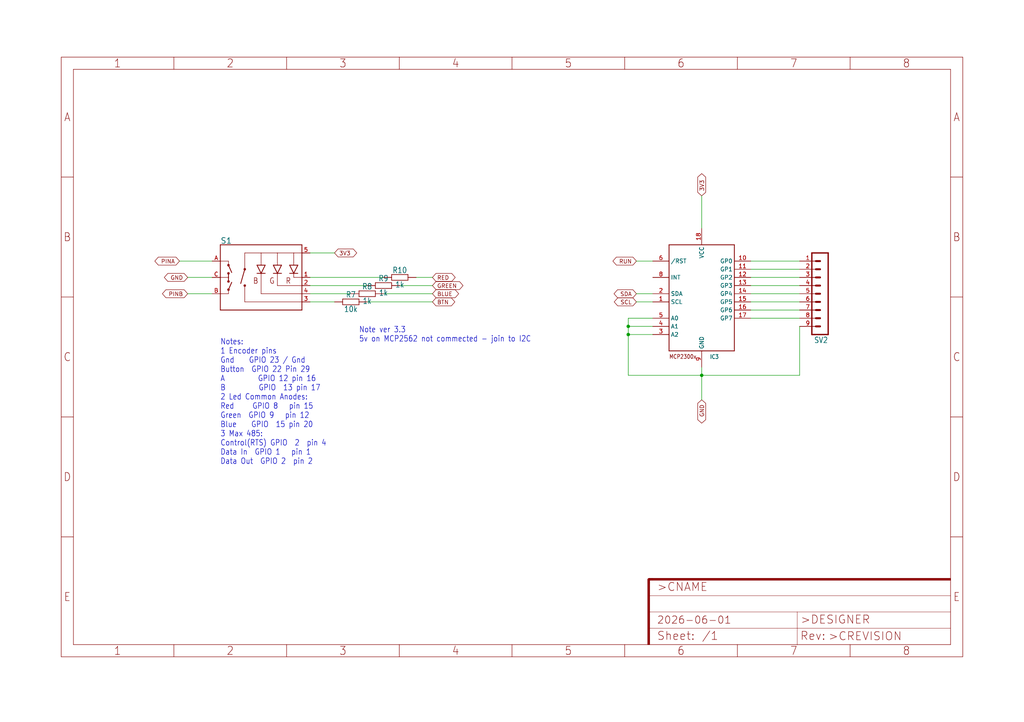
<source format=kicad_sch>
(kicad_sch (version 20230121) (generator eeschema)
  (paper "User" 318.77 224.79)
  (lib_symbols
    (symbol "PicoCanSmd31-eagle-import:ENCODER-RGB-SWITCH"
      (property "Reference" "S" (at -12.7 10.414 0))
      (symbol "ENCODER-RGB-SWITCH_1_0"
        (circle (center -10.16 -3.81) (radius 0.254) (stroke (width 0.254)))
        (circle (center -10.16 -1.27) (radius 0.254) (stroke (width 0.254)))
        (circle (center -10.16 1.27) (radius 0.254) (stroke (width 0.254)))
        (circle (center -10.16 3.81) (radius 0.254) (stroke (width 0.254)))
        (circle (center -5.08 -2.54) (radius 0.254) (stroke (width 0.254)))
        (circle (center -5.08 2.54) (radius 0.254) (stroke (width 0.254)))
        (polyline (pts (xy -12.7 -10.16) (xy 12.7 -10.16)) (stroke (width 0.254)))
        (polyline (pts (xy -12.7 -5.08) (xy -12.7 -10.16)) (stroke (width 0.254)))
        (polyline (pts (xy -12.7 0) (xy -12.7 -5.08)) (stroke (width 0.254)))
        (polyline (pts (xy -12.7 5.08) (xy -12.7 0)) (stroke (width 0.254)))
        (polyline (pts (xy -12.7 5.08) (xy -10.16 5.08)) (stroke (width 0.1524)))
        (polyline (pts (xy -12.7 10.16) (xy -12.7 5.08)) (stroke (width 0.254)))
        (polyline (pts (xy -10.16 -5.08) (xy -12.7 -5.08)) (stroke (width 0.1524)))
        (polyline (pts (xy -10.16 -5.08) (xy -10.16 -3.81)) (stroke (width 0.1524)))
        (polyline (pts (xy -10.16 -3.81) (xy -9.144 -1.524)) (stroke (width 0.254)))
        (polyline (pts (xy -10.16 0) (xy -12.7 0)) (stroke (width 0.1524)))
        (polyline (pts (xy -10.16 0) (xy -10.16 -1.27)) (stroke (width 0.254)))
        (polyline (pts (xy -10.16 0) (xy -10.16 1.27)) (stroke (width 0.254)))
        (polyline (pts (xy -10.16 3.81) (xy -9.144 1.524)) (stroke (width 0.254)))
        (polyline (pts (xy -10.16 5.08) (xy -10.16 3.81)) (stroke (width 0.1524)))
        (polyline (pts (xy -5.08 -7.62) (xy -5.08 -2.54)) (stroke (width 0.1524)))
        (polyline (pts (xy -5.08 -7.62) (xy 12.7 -7.62)) (stroke (width 0.1524)))
        (polyline (pts (xy -5.08 2.54) (xy -6.35 -1.905)) (stroke (width 0.254)))
        (polyline (pts (xy -5.08 7.62) (xy -5.08 2.54)) (stroke (width 0.1524)))
        (polyline (pts (xy -5.08 7.62) (xy 0 7.62)) (stroke (width 0.1524)))
        (polyline (pts (xy -1.27 1.27) (xy 0 1.27)) (stroke (width 0.254)))
        (polyline (pts (xy -1.27 3.81) (xy 0 1.27)) (stroke (width 0.254)))
        (polyline (pts (xy -1.27 3.81) (xy 0 3.81)) (stroke (width 0.254)))
        (polyline (pts (xy 0 -5.08) (xy 0 1.27)) (stroke (width 0.1524)))
        (polyline (pts (xy 0 -5.08) (xy 12.7 -5.08)) (stroke (width 0.1524)))
        (polyline (pts (xy 0 1.27) (xy 1.27 1.27)) (stroke (width 0.254)))
        (polyline (pts (xy 0 1.27) (xy 1.27 3.81)) (stroke (width 0.254)))
        (polyline (pts (xy 0 3.81) (xy 1.27 3.81)) (stroke (width 0.254)))
        (polyline (pts (xy 0 7.62) (xy 0 3.81)) (stroke (width 0.1524)))
        (polyline (pts (xy 0 7.62) (xy 5.08 7.62)) (stroke (width 0.1524)))
        (polyline (pts (xy 3.81 1.27) (xy 5.08 1.27)) (stroke (width 0.254)))
        (polyline (pts (xy 3.81 3.81) (xy 5.08 1.27)) (stroke (width 0.254)))
        (polyline (pts (xy 3.81 3.81) (xy 5.08 3.81)) (stroke (width 0.254)))
        (polyline (pts (xy 5.08 -2.54) (xy 5.08 1.27)) (stroke (width 0.1524)))
        (polyline (pts (xy 5.08 -2.54) (xy 12.7 -2.54)) (stroke (width 0.1524)))
        (polyline (pts (xy 5.08 1.27) (xy 6.35 1.27)) (stroke (width 0.254)))
        (polyline (pts (xy 5.08 1.27) (xy 6.35 3.81)) (stroke (width 0.254)))
        (polyline (pts (xy 5.08 3.81) (xy 6.35 3.81)) (stroke (width 0.254)))
        (polyline (pts (xy 5.08 7.62) (xy 5.08 3.81)) (stroke (width 0.1524)))
        (polyline (pts (xy 5.08 7.62) (xy 10.16 7.62)) (stroke (width 0.1524)))
        (polyline (pts (xy 8.89 1.27) (xy 10.16 1.27)) (stroke (width 0.254)))
        (polyline (pts (xy 8.89 3.81) (xy 10.16 1.27)) (stroke (width 0.254)))
        (polyline (pts (xy 8.89 3.81) (xy 10.16 3.81)) (stroke (width 0.254)))
        (polyline (pts (xy 10.16 0) (xy 10.16 1.27)) (stroke (width 0.1524)))
        (polyline (pts (xy 10.16 0) (xy 12.7 0)) (stroke (width 0.1524)))
        (polyline (pts (xy 10.16 1.27) (xy 11.43 1.27)) (stroke (width 0.254)))
        (polyline (pts (xy 10.16 1.27) (xy 11.43 3.81)) (stroke (width 0.254)))
        (polyline (pts (xy 10.16 3.81) (xy 11.43 3.81)) (stroke (width 0.254)))
        (polyline (pts (xy 10.16 7.62) (xy 10.16 3.81)) (stroke (width 0.1524)))
        (polyline (pts (xy 10.16 7.62) (xy 12.7 7.62)) (stroke (width 0.1524)))
        (polyline (pts (xy 12.7 10.16) (xy -12.7 10.16)) (stroke (width 0.254)))
        (polyline (pts (xy 12.7 10.16) (xy 12.7 -10.16)) (stroke (width 0.254)))
        (text "B" (at -2.54 0 0) (effects (font (size 1.778 1.5113)) (justify left top)))
        (text "G" (at 2.54 0 0) (effects (font (size 1.778 1.5113)) (justify left top)))
        (text "R" (at 7.62 0 0) (effects (font (size 1.778 1.5113)) (justify left top)))
        (pin passive line (at 15.24 0 180) (length 2.54) (name "-R") (number "1"))
        (pin passive line (at 15.24 -2.54 180) (length 2.54) (name "-G") (number "2"))
        (pin passive line (at 15.24 -7.62 180) (length 2.54) (name "SW") (number "3"))
        (pin passive line (at 15.24 -5.08 180) (length 2.54) (name "-B") (number "4"))
        (pin passive line (at 15.24 7.62 180) (length 2.54) (name "+") (number "5"))
        (pin bidirectional line (at -15.24 5.08 0) (length 2.54) (name "A") (number "A"))
        (pin bidirectional line (at -15.24 -5.08 0) (length 2.54) (name "B") (number "B"))
        (pin bidirectional line (at -15.24 0 0) (length 2.54) (name "C") (number "C"))
      )
    )
    (symbol "PicoCanSmd31-eagle-import:FRAME-A4L"
      (symbol "FRAME-A4L_1_0"
        (polyline (pts (xy -3.81 33.528) (xy 0 33.528)))
        (polyline (pts (xy -3.81 70.866) (xy 0 70.866)))
        (polyline (pts (xy -3.81 108.204) (xy 0 108.204)))
        (polyline (pts (xy -3.81 145.542) (xy 0 145.542)))
        (polyline (pts (xy 0 0) (xy 0 179.07)))
        (polyline (pts (xy 31.2738 -3.81) (xy 31.2738 0)))
        (polyline (pts (xy 31.2738 179.07) (xy 31.2738 182.88)))
        (polyline (pts (xy 66.3575 -3.81) (xy 66.3575 0)))
        (polyline (pts (xy 66.3575 179.07) (xy 66.3575 182.88)))
        (polyline (pts (xy 101.4413 -3.81) (xy 101.4413 0)))
        (polyline (pts (xy 101.4413 179.07) (xy 101.4413 182.88)))
        (polyline (pts (xy 136.525 -3.81) (xy 136.525 0)))
        (polyline (pts (xy 136.525 179.07) (xy 136.525 182.88)))
        (polyline (pts (xy 171.6088 -3.81) (xy 171.6088 0)))
        (polyline (pts (xy 171.6088 179.07) (xy 171.6088 182.88)))
        (polyline (pts (xy 179.07 10.16) (xy 225.29 10.16)) (stroke (width 0.1016)))
        (polyline (pts (xy 179.07 15.24) (xy 273.05 15.24)) (stroke (width 0.1016)))
        (polyline (pts (xy 179.07 19.05) (xy 179.07 20.32)) (stroke (width 0.6096)))
        (polyline (pts (xy 179.07 20.32) (xy 180.34 20.32)) (stroke (width 0.6096)))
        (polyline (pts (xy 206.6925 -3.81) (xy 206.6925 0)))
        (polyline (pts (xy 206.6925 179.07) (xy 206.6925 182.88)))
        (polyline (pts (xy 225.29 -0.1) (xy 225.29 5.08)) (stroke (width 0.1016)))
        (polyline (pts (xy 225.29 5.08) (xy 179.07 5.08)) (stroke (width 0.1016)))
        (polyline (pts (xy 225.29 5.08) (xy 225.29 10.16)) (stroke (width 0.1016)))
        (polyline (pts (xy 225.29 5.08) (xy 273.05 5.08)) (stroke (width 0.1016)))
        (polyline (pts (xy 225.29 10.16) (xy 273.05 10.16)) (stroke (width 0.1016)))
        (polyline (pts (xy 241.7763 -3.81) (xy 241.7763 0)))
        (polyline (pts (xy 241.7763 179.07) (xy 241.7763 182.88)))
        (polyline (pts (xy 273.05 0) (xy 0 0)))
        (polyline (pts (xy 273.05 0) (xy 273.05 179.07)))
        (polyline (pts (xy 273.05 33.528) (xy 276.86 33.528)))
        (polyline (pts (xy 273.05 70.866) (xy 276.86 70.866)))
        (polyline (pts (xy 273.05 108.204) (xy 276.86 108.204)))
        (polyline (pts (xy 273.05 145.542) (xy 276.86 145.542)))
        (polyline (pts (xy 273.05 179.07) (xy 0 179.07)))
        (polyline (pts (xy -3.81 -3.81) (xy 276.86 -3.81) (xy 276.86 182.88) (xy -3.81 182.88) (xy -3.81 -3.81)))
        (rectangle (start 178.7652 0) (end 179.3748 20.32) (fill (type outline)))
        (rectangle (start 179.07 20.6248) (end 273.05 20.0152) (fill (type outline)))
        (text "${#}/${##}" (at 195.58 1.27 0) (effects (font (size 2.54 2.54)) (justify left bottom)))
        (text "${CURRENT_DATE}" (at 181.61 6.35 0) (effects (font (size 2.286 2.286)) (justify left bottom)))
        (text "${PROJECTNAME}" (at 181.61 11.43 0) (effects (font (size 2.54 2.54)) (justify left bottom)))
        (text "1" (at 13.7319 -1.905 0) (effects (font (size 2.54 2.286))))
        (text "1" (at 13.7319 180.975 0) (effects (font (size 2.54 2.286))))
        (text "2" (at 48.8156 -1.905 0) (effects (font (size 2.54 2.286))))
        (text "2" (at 48.8156 180.975 0) (effects (font (size 2.54 2.286))))
        (text "3" (at 83.8994 -1.905 0) (effects (font (size 2.54 2.286))))
        (text "3" (at 83.8994 180.975 0) (effects (font (size 2.54 2.286))))
        (text "4" (at 118.9831 -1.905 0) (effects (font (size 2.54 2.286))))
        (text "4" (at 118.9831 180.975 0) (effects (font (size 2.54 2.286))))
        (text "5" (at 154.0669 -1.905 0) (effects (font (size 2.54 2.286))))
        (text "5" (at 154.0669 180.975 0) (effects (font (size 2.54 2.286))))
        (text "6" (at 189.1506 -1.905 0) (effects (font (size 2.54 2.286))))
        (text "6" (at 189.1506 180.975 0) (effects (font (size 2.54 2.286))))
        (text "7" (at 224.2344 -1.905 0) (effects (font (size 2.54 2.286))))
        (text "7" (at 224.2344 180.975 0) (effects (font (size 2.54 2.286))))
        (text "8" (at 259.3181 -1.905 0) (effects (font (size 2.54 2.286))))
        (text "8" (at 259.3181 180.975 0) (effects (font (size 2.54 2.286))))
        (text ">CNAME" (at 181.61 16.51 0) (effects (font (size 2.54 2.54)) (justify left bottom)))
        (text ">CREVISION" (at 234.92 1.17 0) (effects (font (size 2.54 2.54)) (justify left bottom)))
        (text ">DESIGNER" (at 226.26 6.35 0) (effects (font (size 2.54 2.54)) (justify left bottom)))
        (text "A" (at -1.905 164.211 0) (effects (font (size 2.54 2.286))))
        (text "A" (at 274.955 164.211 0) (effects (font (size 2.54 2.286))))
        (text "B" (at -1.905 126.873 0) (effects (font (size 2.54 2.286))))
        (text "B" (at 274.955 126.873 0) (effects (font (size 2.54 2.286))))
        (text "C" (at -1.905 89.535 0) (effects (font (size 2.54 2.286))))
        (text "C" (at 274.955 89.535 0) (effects (font (size 2.54 2.286))))
        (text "D" (at -1.905 52.197 0) (effects (font (size 2.54 2.286))))
        (text "D" (at 274.955 52.197 0) (effects (font (size 2.54 2.286))))
        (text "E" (at -1.905 14.859 0) (effects (font (size 2.54 2.286))))
        (text "E" (at 274.955 14.859 0) (effects (font (size 2.54 2.286))))
        (text "Rev:" (at 226.16 1.27 0) (effects (font (size 2.54 2.54)) (justify left bottom)))
        (text "Sheet:" (at 181.61 1.27 0) (effects (font (size 2.54 2.54)) (justify left bottom)))
      )
    )
    (symbol "PicoCanSmd31-eagle-import:MA09-1"
      (property "Reference" "SV" (at -1.27 13.462 0))
      (symbol "MA09-1_1_0"
        (polyline (pts (xy -1.27 12.7) (xy -1.27 -12.7)) (stroke (width 0.4064)))
        (polyline (pts (xy -1.27 12.7) (xy 3.81 12.7)) (stroke (width 0.4064)))
        (polyline (pts (xy 1.27 -10.16) (xy 2.54 -10.16)) (stroke (width 0.6096)))
        (polyline (pts (xy 1.27 -7.62) (xy 2.54 -7.62)) (stroke (width 0.6096)))
        (polyline (pts (xy 1.27 -5.08) (xy 2.54 -5.08)) (stroke (width 0.6096)))
        (polyline (pts (xy 1.27 -2.54) (xy 2.54 -2.54)) (stroke (width 0.6096)))
        (polyline (pts (xy 1.27 0) (xy 2.54 0)) (stroke (width 0.6096)))
        (polyline (pts (xy 1.27 2.54) (xy 2.54 2.54)) (stroke (width 0.6096)))
        (polyline (pts (xy 1.27 5.08) (xy 2.54 5.08)) (stroke (width 0.6096)))
        (polyline (pts (xy 1.27 7.62) (xy 2.54 7.62)) (stroke (width 0.6096)))
        (polyline (pts (xy 1.27 10.16) (xy 2.54 10.16)) (stroke (width 0.6096)))
        (polyline (pts (xy 3.81 -12.7) (xy -1.27 -12.7)) (stroke (width 0.4064)))
        (polyline (pts (xy 3.81 -12.7) (xy 3.81 12.7)) (stroke (width 0.4064)))
        (pin passive line (at 7.62 -10.16 180) (length 5.08) (name "1") (number "1"))
        (pin passive line (at 7.62 -7.62 180) (length 5.08) (name "2") (number "2"))
        (pin passive line (at 7.62 -5.08 180) (length 5.08) (name "3") (number "3"))
        (pin passive line (at 7.62 -2.54 180) (length 5.08) (name "4") (number "4"))
        (pin passive line (at 7.62 0 180) (length 5.08) (name "5") (number "5"))
        (pin passive line (at 7.62 2.54 180) (length 5.08) (name "6") (number "6"))
        (pin passive line (at 7.62 5.08 180) (length 5.08) (name "7") (number "7"))
        (pin passive line (at 7.62 7.62 180) (length 5.08) (name "8") (number "8"))
        (pin passive line (at 7.62 10.16 180) (length 5.08) (name "9") (number "9"))
      )
    )
    (symbol "PicoCanSmd31-eagle-import:MCP23008/SO"
      (property "Reference" "IC" (at 2.54 -20.32 0))
      (symbol "MCP23008/SO_1_0"
        (polyline (pts (xy -10.16 -17.78) (xy -10.16 15.24)) (stroke (width 0.254)))
        (polyline (pts (xy -10.16 15.24) (xy 10.16 15.24)) (stroke (width 0.254)))
        (polyline (pts (xy 10.16 -17.78) (xy -10.16 -17.78)) (stroke (width 0.254)))
        (polyline (pts (xy 10.16 15.24) (xy 10.16 -17.78)) (stroke (width 0.254)))
        (text "MCP2300x" (at -10.16 -20.32 0) (effects (font (size 1.27 1.0795)) (justify left bottom)))
        (pin bidirectional line (at -15.24 -2.54 0) (length 5.08) (name "SCL") (number "1"))
        (pin bidirectional line (at 15.24 10.16 180) (length 5.08) (name "GP0") (number "10"))
        (pin bidirectional line (at 15.24 7.62 180) (length 5.08) (name "GP1") (number "11"))
        (pin bidirectional line (at 15.24 5.08 180) (length 5.08) (name "GP2") (number "12"))
        (pin bidirectional line (at 15.24 2.54 180) (length 5.08) (name "GP3") (number "13"))
        (pin bidirectional line (at 15.24 0 180) (length 5.08) (name "GP4") (number "14"))
        (pin bidirectional line (at 15.24 -2.54 180) (length 5.08) (name "GP5") (number "15"))
        (pin bidirectional line (at 15.24 -5.08 180) (length 5.08) (name "GP6") (number "16"))
        (pin bidirectional line (at 15.24 -7.62 180) (length 5.08) (name "GP7") (number "17"))
        (pin power_in line (at 0 20.32 270) (length 5.08) (name "VCC") (number "18"))
        (pin bidirectional line (at -15.24 0 0) (length 5.08) (name "SDA") (number "2"))
        (pin input line (at -15.24 -12.7 0) (length 5.08) (name "A2") (number "3"))
        (pin input line (at -15.24 -10.16 0) (length 5.08) (name "A1") (number "4"))
        (pin input line (at -15.24 -7.62 0) (length 5.08) (name "A0") (number "5"))
        (pin input line (at -15.24 10.16 0) (length 5.08) (name "/RST") (number "6"))
        (pin output line (at -15.24 5.08 0) (length 5.08) (name "INT") (number "8"))
        (pin power_in line (at 0 -22.86 90) (length 5.08) (name "GND") (number "9"))
      )
    )
    (symbol "PicoCanSmd31-eagle-import:RESISTOR-1206"
      (property "Reference" "R" (at 0 1.27 0))
      (symbol "RESISTOR-1206_1_0"
        (polyline (pts (xy -2.54 -0.889) (xy -2.54 0.889)) (stroke (width 0.2032)))
        (polyline (pts (xy -2.54 0.889) (xy 2.54 0.889)) (stroke (width 0.2032)))
        (polyline (pts (xy 2.54 -0.889) (xy -2.54 -0.889)) (stroke (width 0.2032)))
        (polyline (pts (xy 2.54 0.889) (xy 2.54 -0.889)) (stroke (width 0.2032)))
        (pin passive line (at -5.08 0 0) (length 2.54) (name "1") (number "1"))
        (pin passive line (at 5.08 0 180) (length 2.54) (name "2") (number "2"))
      )
    )
  )
  (junction (at 218.44 116.84))
  (junction (at 195.58 101.6))
  (junction (at 195.58 104.14))
  (wire (pts (xy 114.3 88.9) (xy 96.52 88.9)) (stroke (width 0.1524)))
  (wire (pts (xy 233.68 91.44) (xy 248.92 91.44)) (stroke (width 0.1524)))
  (wire (pts (xy 119.38 91.44) (xy 134.62 91.44)) (stroke (width 0.1524)))
  (wire (pts (xy 233.68 96.52) (xy 248.92 96.52)) (stroke (width 0.1524)))
  (wire (pts (xy 233.68 88.9) (xy 248.92 88.9)) (stroke (width 0.1524)))
  (wire (pts (xy 96.52 93.98) (xy 104.14 93.98)) (stroke (width 0.1524)))
  (wire (pts (xy 218.44 71.12) (xy 218.44 60.96)) (stroke (width 0.1524)))
  (wire (pts (xy 248.92 116.84) (xy 218.44 116.84)) (stroke (width 0.1524)))
  (wire (pts (xy 66.04 86.36) (xy 58.42 86.36)) (stroke (width 0.1524)))
  (wire (pts (xy 233.68 93.98) (xy 248.92 93.98)) (stroke (width 0.1524)))
  (wire (pts (xy 124.46 88.9) (xy 134.62 88.9)) (stroke (width 0.1524)))
  (wire (pts (xy 233.68 86.36) (xy 248.92 86.36)) (stroke (width 0.1524)))
  (wire (pts (xy 129.54 86.36) (xy 134.62 86.36)) (stroke (width 0.1524)))
  (wire (pts (xy 66.04 81.28) (xy 55.88 81.28)) (stroke (width 0.1524)))
  (wire (pts (xy 203.2 101.6) (xy 195.58 101.6)) (stroke (width 0.1524)))
  (wire (pts (xy 203.2 91.44) (xy 198.12 91.44)) (stroke (width 0.1524)))
  (wire (pts (xy 195.58 101.6) (xy 195.58 104.14)) (stroke (width 0.1524)))
  (wire (pts (xy 119.38 86.36) (xy 96.52 86.36)) (stroke (width 0.1524)))
  (wire (pts (xy 114.3 93.98) (xy 134.62 93.98)) (stroke (width 0.1524)))
  (wire (pts (xy 248.92 101.6) (xy 248.92 116.84)) (stroke (width 0.1524)))
  (wire (pts (xy 218.44 114.3) (xy 218.44 116.84)) (stroke (width 0.1524)))
  (wire (pts (xy 218.44 116.84) (xy 218.44 124.46)) (stroke (width 0.1524)))
  (wire (pts (xy 109.22 91.44) (xy 96.52 91.44)) (stroke (width 0.1524)))
  (wire (pts (xy 195.58 116.84) (xy 218.44 116.84)) (stroke (width 0.1524)))
  (wire (pts (xy 195.58 104.14) (xy 195.58 116.84)) (stroke (width 0.1524)))
  (wire (pts (xy 233.68 99.06) (xy 248.92 99.06)) (stroke (width 0.1524)))
  (wire (pts (xy 195.58 99.06) (xy 195.58 101.6)) (stroke (width 0.1524)))
  (wire (pts (xy 203.2 104.14) (xy 195.58 104.14)) (stroke (width 0.1524)))
  (wire (pts (xy 233.68 81.28) (xy 248.92 81.28)) (stroke (width 0.1524)))
  (wire (pts (xy 233.68 83.82) (xy 248.92 83.82)) (stroke (width 0.1524)))
  (wire (pts (xy 66.04 91.44) (xy 58.42 91.44)) (stroke (width 0.1524)))
  (wire (pts (xy 203.2 93.98) (xy 198.12 93.98)) (stroke (width 0.1524)))
  (wire (pts (xy 96.52 78.74) (xy 104.14 78.74)) (stroke (width 0.1524)))
  (wire (pts (xy 203.2 81.28) (xy 198.12 81.28)) (stroke (width 0.1524)))
  (wire (pts (xy 203.2 99.06) (xy 195.58 99.06)) (stroke (width 0.1524)))
  (text "Notes:\n1 Encoder pins\nGnd    GPIO 23 / Gnd\nButton  GPIO 22 Pin 29\nA         GPIO 12 pin 16\nB         GPIO  13 pin 17\n2 Led Common Anodes:\nRed     GPIO 8   pin 15\nGreen  GPIO 9   pin 12\nBlue    GPIO  15 pin 20\n3 Max 485:\nControl(RTS) GPIO  2  pin 4\nData In  GPIO 1   pin 1\nData Out  GPIO 2  pin 2" (at 68.58 144.78 0) (effects (font (size 1.778 1.5113)) (justify left bottom)))
  (text "Note ver 3.3\n5v on MCP2562 not commected - join to I2C" (at 111.76 106.68 0) (effects (font (size 1.778 1.5113)) (justify left bottom)))
  (global_label "BLUE" (shape bidirectional) (at 134.62 91.44 0) (effects (font (size 1.2446 1.2446))) (property "Intersheetrefs" "${INTERSHEET_REFS}" (effects hide)))
  (global_label "3V3" (shape bidirectional) (at 218.44 60.96 90) (effects (font (size 1.2446 1.2446))) (property "Intersheetrefs" "${INTERSHEET_REFS}" (effects hide)))
  (global_label "PINB" (shape bidirectional) (at 58.42 91.44 180) (effects (font (size 1.2446 1.2446))) (property "Intersheetrefs" "${INTERSHEET_REFS}" (effects hide)))
  (global_label "SDA" (shape bidirectional) (at 198.12 91.44 180) (effects (font (size 1.2446 1.2446))) (property "Intersheetrefs" "${INTERSHEET_REFS}" (effects hide)))
  (global_label "RED" (shape bidirectional) (at 134.62 86.36 0) (effects (font (size 1.2446 1.2446))) (property "Intersheetrefs" "${INTERSHEET_REFS}" (effects hide)))
  (global_label "GND" (shape bidirectional) (at 218.44 124.46 270) (effects (font (size 1.2446 1.2446))) (property "Intersheetrefs" "${INTERSHEET_REFS}" (effects hide)))
  (global_label "BTN" (shape bidirectional) (at 134.62 93.98 0) (effects (font (size 1.2446 1.2446))) (property "Intersheetrefs" "${INTERSHEET_REFS}" (effects hide)))
  (global_label "PINA" (shape bidirectional) (at 55.88 81.28 180) (effects (font (size 1.2446 1.2446))) (property "Intersheetrefs" "${INTERSHEET_REFS}" (effects hide)))
  (global_label "RUN" (shape bidirectional) (at 198.12 81.28 180) (effects (font (size 1.2446 1.2446))) (property "Intersheetrefs" "${INTERSHEET_REFS}" (effects hide)))
  (global_label "3V3" (shape bidirectional) (at 104.14 78.74 0) (effects (font (size 1.2446 1.2446))) (property "Intersheetrefs" "${INTERSHEET_REFS}" (effects hide)))
  (global_label "GREEN" (shape bidirectional) (at 134.62 88.9 0) (effects (font (size 1.2446 1.2446))) (property "Intersheetrefs" "${INTERSHEET_REFS}" (effects hide)))
  (global_label "SCL" (shape bidirectional) (at 198.12 93.98 180) (effects (font (size 1.2446 1.2446))) (property "Intersheetrefs" "${INTERSHEET_REFS}" (effects hide)))
  (global_label "GND" (shape bidirectional) (at 58.42 86.36 180) (effects (font (size 1.2446 1.2446))) (property "Intersheetrefs" "${INTERSHEET_REFS}" (effects hide)))
  (symbol (lib_id "PicoCanSmd31-eagle-import:ENCODER-RGB-SWITCH") (at 81.28 86.36 0) (unit 1)
    (property "Reference" "S1" (at 68.58 75.946 0) (effects (font (size 1.778 1.778)) (justify left bottom)))
    (property "Value" "ENCODER-RGB-SWITCH" (effects hide))
    (property "Footprint" "PicoCanSmd31:ENCODER_LED_3" (effects hide))
  )
  (symbol (lib_id "PicoCanSmd31-eagle-import:RESISTOR-1206") (at 114.3 91.44 0) (unit 1)
    (property "Reference" "R8" (at 114.3 90.17 0) (effects (font (size 1.778 1.5113)) (justify bottom)))
    (property "Value" "1k" (at 114.3 92.71 0) (effects (font (size 1.778 1.5113)) (justify top)))
    (property "Footprint" "PicoCanSmd31:C1206" (effects hide))
  )
  (symbol (lib_id "PicoCanSmd31-eagle-import:RESISTOR-1206") (at 119.38 88.9 0) (unit 1)
    (property "Reference" "R9" (at 119.38 87.63 0) (effects (font (size 1.778 1.5113)) (justify bottom)))
    (property "Value" "1k" (at 119.38 90.17 0) (effects (font (size 1.778 1.5113)) (justify top)))
    (property "Footprint" "PicoCanSmd31:C1206" (effects hide))
  )
  (symbol (lib_id "PicoCanSmd31-eagle-import:MA09-1") (at 256.54 91.44 180) (unit 1)
    (property "Reference" "SV2" (at 257.81 104.902 0) (effects (font (size 1.778 1.5113)) (justify left bottom)))
    (property "Value" "MA09-1" (effects hide))
    (property "Footprint" "PicoCanSmd31:MA09-1" (effects hide))
  )
  (symbol (lib_id "PicoCanSmd31-eagle-import:FRAME-A4L") (at 22.86 200.66 0) (unit 1)
    (property "Reference" "#FRAME2" (effects hide))
    (property "Value" "FRAME-A4L" (effects hide))
    (property "CNAME" "Pico Can Interface" (effects hide))
    (property "CREVISION" "3.4" (effects hide))
  )
  (symbol (lib_id "PicoCanSmd31-eagle-import:MCP23008/SO") (at 218.44 91.44 0) (unit 1)
    (property "Reference" "IC3" (at 220.98 111.76 0) (effects (font (size 1.27 1.0795)) (justify left bottom)))
    (property "Value" "MCP23008/SO" (effects hide))
    (property "Footprint" "PicoCanSmd31:SO18W" (effects hide))
  )
  (symbol (lib_id "PicoCanSmd31-eagle-import:RESISTOR-1206") (at 109.22 93.98 0) (unit 1)
    (property "Reference" "R7" (at 109.22 92.71 0) (effects (font (size 1.778 1.5113)) (justify bottom)))
    (property "Value" "10k" (at 109.22 95.25 0) (effects (font (size 1.778 1.5113)) (justify top)))
    (property "Footprint" "PicoCanSmd31:C1206" (effects hide))
  )
  (symbol (lib_id "PicoCanSmd31-eagle-import:RESISTOR-1206") (at 124.46 86.36 0) (unit 1)
    (property "Reference" "R10" (at 124.46 85.09 0) (effects (font (size 1.778 1.5113)) (justify bottom)))
    (property "Value" "1k" (at 124.46 87.63 0) (effects (font (size 1.778 1.5113)) (justify top)))
    (property "Footprint" "PicoCanSmd31:C1206" (effects hide))
  )
)
</source>
